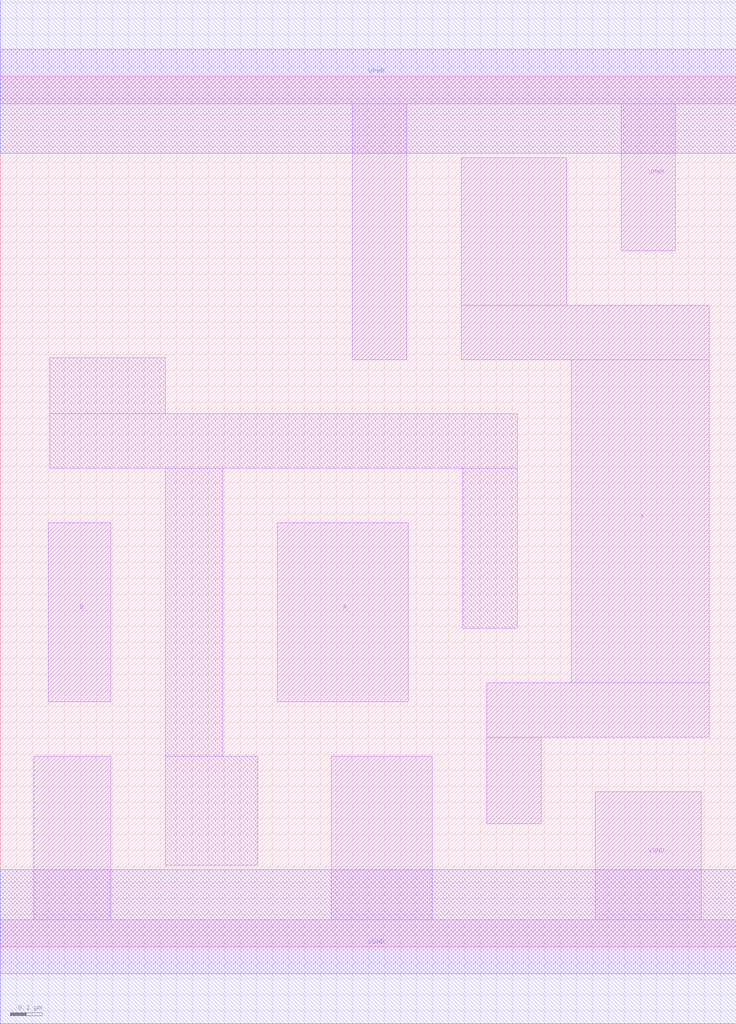
<source format=lef>
# Copyright 2020 The SkyWater PDK Authors
#
# Licensed under the Apache License, Version 2.0 (the "License");
# you may not use this file except in compliance with the License.
# You may obtain a copy of the License at
#
#     https://www.apache.org/licenses/LICENSE-2.0
#
# Unless required by applicable law or agreed to in writing, software
# distributed under the License is distributed on an "AS IS" BASIS,
# WITHOUT WARRANTIES OR CONDITIONS OF ANY KIND, either express or implied.
# See the License for the specific language governing permissions and
# limitations under the License.
#
# SPDX-License-Identifier: Apache-2.0

VERSION 5.5 ;
NAMESCASESENSITIVE ON ;
BUSBITCHARS "[]" ;
DIVIDERCHAR "/" ;
MACRO sky130_fd_sc_hd__or2_2
  CLASS CORE ;
  SOURCE USER ;
  ORIGIN  0.000000  0.000000 ;
  SIZE  2.300000 BY  2.720000 ;
  SYMMETRY X Y R90 ;
  SITE unithd ;
  PIN A
    ANTENNAGATEAREA  0.126000 ;
    DIRECTION INPUT ;
    USE SIGNAL ;
    PORT
      LAYER li1 ;
        RECT 0.865000 0.765000 1.275000 1.325000 ;
    END
  END A
  PIN B
    ANTENNAGATEAREA  0.126000 ;
    DIRECTION INPUT ;
    USE SIGNAL ;
    PORT
      LAYER li1 ;
        RECT 0.150000 0.765000 0.345000 1.325000 ;
    END
  END B
  PIN X
    ANTENNADIFFAREA  0.445500 ;
    DIRECTION OUTPUT ;
    USE SIGNAL ;
    PORT
      LAYER li1 ;
        RECT 1.440000 1.835000 2.215000 2.005000 ;
        RECT 1.440000 2.005000 1.770000 2.465000 ;
        RECT 1.520000 0.385000 1.690000 0.655000 ;
        RECT 1.520000 0.655000 2.215000 0.825000 ;
        RECT 1.785000 0.825000 2.215000 1.835000 ;
    END
  END X
  PIN VGND
    DIRECTION INOUT ;
    SHAPE ABUTMENT ;
    USE GROUND ;
    PORT
      LAYER li1 ;
        RECT 0.000000 -0.085000 2.300000 0.085000 ;
        RECT 0.105000  0.085000 0.345000 0.595000 ;
        RECT 1.035000  0.085000 1.350000 0.595000 ;
        RECT 1.860000  0.085000 2.190000 0.485000 ;
    END
    PORT
      LAYER met1 ;
        RECT 0.000000 -0.240000 2.300000 0.240000 ;
    END
  END VGND
  PIN VPWR
    DIRECTION INOUT ;
    SHAPE ABUTMENT ;
    USE POWER ;
    PORT
      LAYER li1 ;
        RECT 0.000000 2.635000 2.300000 2.805000 ;
        RECT 1.100000 1.835000 1.270000 2.635000 ;
        RECT 1.940000 2.175000 2.110000 2.635000 ;
    END
    PORT
      LAYER met1 ;
        RECT 0.000000 2.480000 2.300000 2.960000 ;
    END
  END VPWR
  OBS
    LAYER li1 ;
      RECT 0.155000 1.495000 1.615000 1.665000 ;
      RECT 0.155000 1.665000 0.515000 1.840000 ;
      RECT 0.515000 0.255000 0.805000 0.595000 ;
      RECT 0.515000 0.595000 0.695000 1.495000 ;
      RECT 1.445000 0.995000 1.615000 1.495000 ;
  END
END sky130_fd_sc_hd__or2_2
END LIBRARY

</source>
